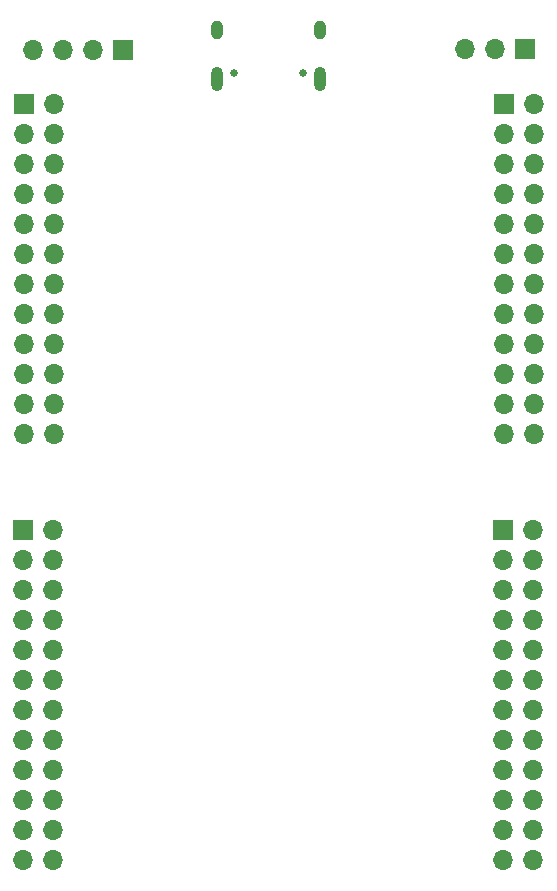
<source format=gbr>
%TF.GenerationSoftware,KiCad,Pcbnew,(6.0.11)*%
%TF.CreationDate,2023-02-23T12:45:07+08:00*%
%TF.ProjectId,nand_programmator,6e616e64-5f70-4726-9f67-72616d6d6174,v3.4*%
%TF.SameCoordinates,Original*%
%TF.FileFunction,Soldermask,Bot*%
%TF.FilePolarity,Negative*%
%FSLAX46Y46*%
G04 Gerber Fmt 4.6, Leading zero omitted, Abs format (unit mm)*
G04 Created by KiCad (PCBNEW (6.0.11)) date 2023-02-23 12:45:07*
%MOMM*%
%LPD*%
G01*
G04 APERTURE LIST*
%ADD10R,1.700000X1.700000*%
%ADD11O,1.700000X1.700000*%
%ADD12C,0.650000*%
%ADD13O,1.000000X1.600000*%
%ADD14O,1.000000X2.100000*%
G04 APERTURE END LIST*
D10*
%TO.C,J1*%
X10819801Y71119737D03*
D11*
X8279801Y71119737D03*
X5739801Y71119737D03*
X3199801Y71119737D03*
%TD*%
D10*
%TO.C,J2*%
X44819801Y71145037D03*
D11*
X42279801Y71145037D03*
X39739801Y71145037D03*
%TD*%
%TO.C,J4*%
X45579801Y38569537D03*
X43039801Y38569537D03*
X45579801Y41109537D03*
X43039801Y41109537D03*
X45579801Y43649537D03*
X43039801Y43649537D03*
X45579801Y46189537D03*
X43039801Y46189537D03*
X45579801Y48729537D03*
X43039801Y48729537D03*
X45579801Y51269537D03*
X43039801Y51269537D03*
X45579801Y53809537D03*
X43039801Y53809537D03*
X45579801Y56349537D03*
X43039801Y56349537D03*
X45579801Y58889537D03*
X43039801Y58889537D03*
X45579801Y61429537D03*
X43039801Y61429537D03*
X45579801Y63969537D03*
X43039801Y63969537D03*
X45579801Y66509537D03*
D10*
X43039801Y66509537D03*
%TD*%
%TO.C,J3*%
X2399801Y66509537D03*
D11*
X4939801Y66509537D03*
X2399801Y63969537D03*
X4939801Y63969537D03*
X2399801Y61429537D03*
X4939801Y61429537D03*
X2399801Y58889537D03*
X4939801Y58889537D03*
X2399801Y56349537D03*
X4939801Y56349537D03*
X2399801Y53809537D03*
X4939801Y53809537D03*
X2399801Y51269537D03*
X4939801Y51269537D03*
X2399801Y48729537D03*
X4939801Y48729537D03*
X2399801Y46189537D03*
X4939801Y46189537D03*
X2399801Y43649537D03*
X4939801Y43649537D03*
X2399801Y41109537D03*
X4939801Y41109537D03*
X2399801Y38569537D03*
X4939801Y38569537D03*
%TD*%
D12*
%TO.C,J7*%
X26010000Y69130000D03*
X20230000Y69130000D03*
D13*
X18800000Y72780000D03*
X27440000Y72780000D03*
D14*
X27440000Y68600000D03*
X18800000Y68600000D03*
%TD*%
D10*
%TO.C,J8*%
X2360000Y30470000D03*
D11*
X4900000Y30470000D03*
X2360000Y27930000D03*
X4900000Y27930000D03*
X2360000Y25390000D03*
X4900000Y25390000D03*
X2360000Y22850000D03*
X4900000Y22850000D03*
X2360000Y20310000D03*
X4900000Y20310000D03*
X2360000Y17770000D03*
X4900000Y17770000D03*
X2360000Y15230000D03*
X4900000Y15230000D03*
X2360000Y12690000D03*
X4900000Y12690000D03*
X2360000Y10150000D03*
X4900000Y10150000D03*
X2360000Y7610000D03*
X4900000Y7610000D03*
X2360000Y5070000D03*
X4900000Y5070000D03*
X2360000Y2530000D03*
X4900000Y2530000D03*
%TD*%
%TO.C,J9*%
X45540000Y2530000D03*
X43000000Y2530000D03*
X45540000Y5070000D03*
X43000000Y5070000D03*
X45540000Y7610000D03*
X43000000Y7610000D03*
X45540000Y10150000D03*
X43000000Y10150000D03*
X45540000Y12690000D03*
X43000000Y12690000D03*
X45540000Y15230000D03*
X43000000Y15230000D03*
X45540000Y17770000D03*
X43000000Y17770000D03*
X45540000Y20310000D03*
X43000000Y20310000D03*
X45540000Y22850000D03*
X43000000Y22850000D03*
X45540000Y25390000D03*
X43000000Y25390000D03*
X45540000Y27930000D03*
X43000000Y27930000D03*
X45540000Y30470000D03*
D10*
X43000000Y30470000D03*
%TD*%
M02*

</source>
